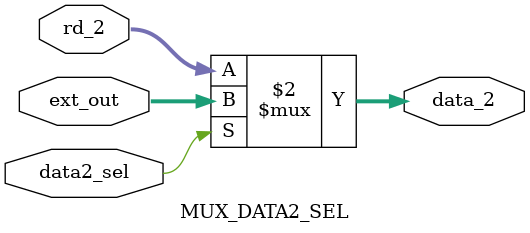
<source format=v>
`timescale 1ns / 1ps


module MUX_GRF(
    input [1:0] reg_sel,
    input [4:0] rt,
    input [4:0] rd,
    output [4:0] wreg
    );
    
    assign wreg = reg_sel==0? rd:
                  reg_sel==1? rt:
                  reg_sel==2? 5'd31:
                  rd;
                  
endmodule

module MUX_EXT(
    input [31:0] unsign_imme,
    input [31:0] sign_imme,
    input [31:0] imme_tohigh,
    input [1:0] ext_sel,
    output [31:0] data2_imme
    );
    
    assign data2_imme = ext_sel==0? unsign_imme:
                        ext_sel==1? sign_imme:
                        imme_tohigh;
endmodule

module MUX_DATA1_SEL(
    input [31:0] rd_1,
    input [4:0] sa,
    input data1_sel,
    output [31:0] data_1
    );
    
    assign data_1 = data1_sel==1? rd_1: {27'd0,sa};
    
endmodule

module MUX_DATA2_SEL(
        input [31:0] rd_2,
        input [31:0] ext_out,
        input data2_sel,
        output [31:0] data_2
    );
    
    assign data_2 = data2_sel==0? rd_2 : ext_out;
    
endmodule
</source>
